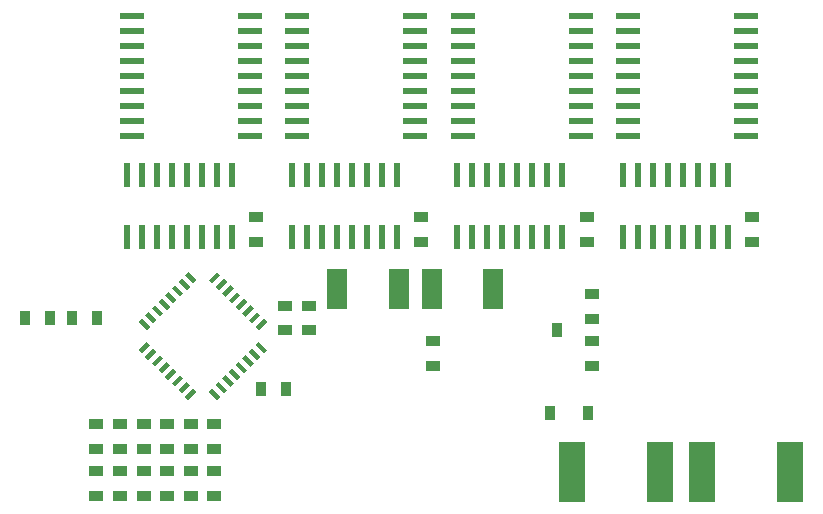
<source format=gbr>
G04 #@! TF.FileFunction,Paste,Top*
%FSLAX46Y46*%
G04 Gerber Fmt 4.6, Leading zero omitted, Abs format (unit mm)*
G04 Created by KiCad (PCBNEW (2015-08-26 BZR 6129, Git 2e41367)-product) date 17-08-10 10:08:59 AM*
%MOMM*%
G01*
G04 APERTURE LIST*
%ADD10C,0.100000*%
%ADD11R,1.300000X0.900000*%
%ADD12R,0.600000X2.000000*%
%ADD13R,2.000000X0.600000*%
%ADD14R,0.900000X1.300000*%
%ADD15R,2.300000X5.100000*%
%ADD16R,1.780000X3.500000*%
%ADD17R,0.910000X1.220000*%
G04 APERTURE END LIST*
D10*
D11*
X26500000Y10550000D03*
X26500000Y8450000D03*
X-1500000Y10550000D03*
X-1500000Y8450000D03*
D12*
X24445000Y14100000D03*
X23175000Y14100000D03*
X21905000Y14100000D03*
X20635000Y14100000D03*
X19365000Y14100000D03*
X18095000Y14100000D03*
X16825000Y14100000D03*
X15555000Y14100000D03*
X15555000Y8900000D03*
X16825000Y8900000D03*
X18095000Y8900000D03*
X19365000Y8900000D03*
X20635000Y8900000D03*
X21905000Y8900000D03*
X23175000Y8900000D03*
X24445000Y8900000D03*
D13*
X16000000Y27580000D03*
X16000000Y26310000D03*
X16000000Y25040000D03*
X16000000Y23770000D03*
X16000000Y22500000D03*
X16000000Y21230000D03*
X16000000Y19960000D03*
X16000000Y18690000D03*
X16000000Y17420000D03*
X26000000Y17420000D03*
X26000000Y18690000D03*
X26000000Y19960000D03*
X26000000Y21230000D03*
X26000000Y22500000D03*
X26000000Y23770000D03*
X26000000Y25040000D03*
X26000000Y26310000D03*
X26000000Y27580000D03*
D12*
X10445000Y14100000D03*
X9175000Y14100000D03*
X7905000Y14100000D03*
X6635000Y14100000D03*
X5365000Y14100000D03*
X4095000Y14100000D03*
X2825000Y14100000D03*
X1555000Y14100000D03*
X1555000Y8900000D03*
X2825000Y8900000D03*
X4095000Y8900000D03*
X5365000Y8900000D03*
X6635000Y8900000D03*
X7905000Y8900000D03*
X9175000Y8900000D03*
X10445000Y8900000D03*
D13*
X2000000Y27580000D03*
X2000000Y26310000D03*
X2000000Y25040000D03*
X2000000Y23770000D03*
X2000000Y22500000D03*
X2000000Y21230000D03*
X2000000Y19960000D03*
X2000000Y18690000D03*
X2000000Y17420000D03*
X12000000Y17420000D03*
X12000000Y18690000D03*
X12000000Y19960000D03*
X12000000Y21230000D03*
X12000000Y22500000D03*
X12000000Y23770000D03*
X12000000Y25040000D03*
X12000000Y26310000D03*
X12000000Y27580000D03*
D12*
X-3555000Y14100000D03*
X-4825000Y14100000D03*
X-6095000Y14100000D03*
X-7365000Y14100000D03*
X-8635000Y14100000D03*
X-9905000Y14100000D03*
X-11175000Y14100000D03*
X-12445000Y14100000D03*
X-12445000Y8900000D03*
X-11175000Y8900000D03*
X-9905000Y8900000D03*
X-8635000Y8900000D03*
X-7365000Y8900000D03*
X-6095000Y8900000D03*
X-4825000Y8900000D03*
X-3555000Y8900000D03*
D13*
X-12000000Y27580000D03*
X-12000000Y26310000D03*
X-12000000Y25040000D03*
X-12000000Y23770000D03*
X-12000000Y22500000D03*
X-12000000Y21230000D03*
X-12000000Y19960000D03*
X-12000000Y18690000D03*
X-12000000Y17420000D03*
X-2000000Y17420000D03*
X-2000000Y18690000D03*
X-2000000Y19960000D03*
X-2000000Y21230000D03*
X-2000000Y22500000D03*
X-2000000Y23770000D03*
X-2000000Y25040000D03*
X-2000000Y26310000D03*
X-2000000Y27580000D03*
D12*
X-17555000Y14100000D03*
X-18825000Y14100000D03*
X-20095000Y14100000D03*
X-21365000Y14100000D03*
X-22635000Y14100000D03*
X-23905000Y14100000D03*
X-25175000Y14100000D03*
X-26445000Y14100000D03*
X-26445000Y8900000D03*
X-25175000Y8900000D03*
X-23905000Y8900000D03*
X-22635000Y8900000D03*
X-21365000Y8900000D03*
X-20095000Y8900000D03*
X-18825000Y8900000D03*
X-17555000Y8900000D03*
D13*
X-26000000Y27580000D03*
X-26000000Y26310000D03*
X-26000000Y25040000D03*
X-26000000Y23770000D03*
X-26000000Y22500000D03*
X-26000000Y21230000D03*
X-26000000Y19960000D03*
X-26000000Y18690000D03*
X-26000000Y17420000D03*
X-16000000Y17420000D03*
X-16000000Y18690000D03*
X-16000000Y19960000D03*
X-16000000Y21230000D03*
X-16000000Y22500000D03*
X-16000000Y23770000D03*
X-16000000Y25040000D03*
X-16000000Y26310000D03*
X-16000000Y27580000D03*
D11*
X12500000Y10550000D03*
X12500000Y8450000D03*
X-15500000Y10550000D03*
X-15500000Y8450000D03*
D14*
X10000000Y1000000D03*
D11*
X13000000Y-2050000D03*
X13000000Y50000D03*
X13000000Y4050000D03*
X13000000Y1950000D03*
D14*
X-35050000Y2000000D03*
X-32950000Y2000000D03*
X-28950000Y2000000D03*
X-31050000Y2000000D03*
D11*
X-29000000Y-13050000D03*
X-29000000Y-10950000D03*
X-27000000Y-10950000D03*
X-27000000Y-13050000D03*
X-25000000Y-13050000D03*
X-25000000Y-10950000D03*
X-23000000Y-13050000D03*
X-23000000Y-10950000D03*
X-21000000Y-10950000D03*
X-21000000Y-13050000D03*
X-19000000Y-13050000D03*
X-19000000Y-10950000D03*
X-29000000Y-6950000D03*
X-29000000Y-9050000D03*
X-27000000Y-6950000D03*
X-27000000Y-9050000D03*
X-25000000Y-6950000D03*
X-25000000Y-9050000D03*
X-23000000Y-6950000D03*
X-23000000Y-9050000D03*
X-21000000Y-6950000D03*
X-21000000Y-9050000D03*
X-19000000Y-6950000D03*
X-19000000Y-9050000D03*
D15*
X29700000Y-11000000D03*
X22300000Y-11000000D03*
D16*
X4615000Y4500000D03*
X-615000Y4500000D03*
X-3385000Y4500000D03*
X-8615000Y4500000D03*
D17*
X12635000Y-6000000D03*
X9365000Y-6000000D03*
D14*
X-15050000Y-4000000D03*
X-12950000Y-4000000D03*
D10*
G36*
X-21202081Y5944722D02*
X-20494974Y5237615D01*
X-20777817Y4954772D01*
X-21484924Y5661879D01*
X-21202081Y5944722D01*
X-21202081Y5944722D01*
G37*
G36*
X-21767767Y5379037D02*
X-21060660Y4671930D01*
X-21343503Y4389087D01*
X-22050610Y5096194D01*
X-21767767Y5379037D01*
X-21767767Y5379037D01*
G37*
G36*
X-22333452Y4813352D02*
X-21626345Y4106245D01*
X-21909188Y3823402D01*
X-22616295Y4530509D01*
X-22333452Y4813352D01*
X-22333452Y4813352D01*
G37*
G36*
X-22899138Y4247666D02*
X-22192031Y3540559D01*
X-22474874Y3257716D01*
X-23181981Y3964823D01*
X-22899138Y4247666D01*
X-22899138Y4247666D01*
G37*
G36*
X-23464823Y3681981D02*
X-22757716Y2974874D01*
X-23040559Y2692031D01*
X-23747666Y3399138D01*
X-23464823Y3681981D01*
X-23464823Y3681981D01*
G37*
G36*
X-24030509Y3116295D02*
X-23323402Y2409188D01*
X-23606245Y2126345D01*
X-24313352Y2833452D01*
X-24030509Y3116295D01*
X-24030509Y3116295D01*
G37*
G36*
X-24596194Y2550610D02*
X-23889087Y1843503D01*
X-24171930Y1560660D01*
X-24879037Y2267767D01*
X-24596194Y2550610D01*
X-24596194Y2550610D01*
G37*
G36*
X-25161879Y1984924D02*
X-24454772Y1277817D01*
X-24737615Y994974D01*
X-25444722Y1702081D01*
X-25161879Y1984924D01*
X-25161879Y1984924D01*
G37*
G36*
X-24737615Y5026D02*
X-24454772Y-277817D01*
X-25161879Y-984924D01*
X-25444722Y-702081D01*
X-24737615Y5026D01*
X-24737615Y5026D01*
G37*
G36*
X-24171930Y-560660D02*
X-23889087Y-843503D01*
X-24596194Y-1550610D01*
X-24879037Y-1267767D01*
X-24171930Y-560660D01*
X-24171930Y-560660D01*
G37*
G36*
X-23606245Y-1126345D02*
X-23323402Y-1409188D01*
X-24030509Y-2116295D01*
X-24313352Y-1833452D01*
X-23606245Y-1126345D01*
X-23606245Y-1126345D01*
G37*
G36*
X-23040559Y-1692031D02*
X-22757716Y-1974874D01*
X-23464823Y-2681981D01*
X-23747666Y-2399138D01*
X-23040559Y-1692031D01*
X-23040559Y-1692031D01*
G37*
G36*
X-22474874Y-2257716D02*
X-22192031Y-2540559D01*
X-22899138Y-3247666D01*
X-23181981Y-2964823D01*
X-22474874Y-2257716D01*
X-22474874Y-2257716D01*
G37*
G36*
X-21909188Y-2823402D02*
X-21626345Y-3106245D01*
X-22333452Y-3813352D01*
X-22616295Y-3530509D01*
X-21909188Y-2823402D01*
X-21909188Y-2823402D01*
G37*
G36*
X-21343503Y-3389087D02*
X-21060660Y-3671930D01*
X-21767767Y-4379037D01*
X-22050610Y-4096194D01*
X-21343503Y-3389087D01*
X-21343503Y-3389087D01*
G37*
G36*
X-20777817Y-3954772D02*
X-20494974Y-4237615D01*
X-21202081Y-4944722D01*
X-21484924Y-4661879D01*
X-20777817Y-3954772D01*
X-20777817Y-3954772D01*
G37*
G36*
X-19222183Y-3954772D02*
X-18515076Y-4661879D01*
X-18797919Y-4944722D01*
X-19505026Y-4237615D01*
X-19222183Y-3954772D01*
X-19222183Y-3954772D01*
G37*
G36*
X-18656497Y-3389087D02*
X-17949390Y-4096194D01*
X-18232233Y-4379037D01*
X-18939340Y-3671930D01*
X-18656497Y-3389087D01*
X-18656497Y-3389087D01*
G37*
G36*
X-18090812Y-2823402D02*
X-17383705Y-3530509D01*
X-17666548Y-3813352D01*
X-18373655Y-3106245D01*
X-18090812Y-2823402D01*
X-18090812Y-2823402D01*
G37*
G36*
X-17525126Y-2257716D02*
X-16818019Y-2964823D01*
X-17100862Y-3247666D01*
X-17807969Y-2540559D01*
X-17525126Y-2257716D01*
X-17525126Y-2257716D01*
G37*
G36*
X-16959441Y-1692031D02*
X-16252334Y-2399138D01*
X-16535177Y-2681981D01*
X-17242284Y-1974874D01*
X-16959441Y-1692031D01*
X-16959441Y-1692031D01*
G37*
G36*
X-16393755Y-1126345D02*
X-15686648Y-1833452D01*
X-15969491Y-2116295D01*
X-16676598Y-1409188D01*
X-16393755Y-1126345D01*
X-16393755Y-1126345D01*
G37*
G36*
X-15828070Y-560660D02*
X-15120963Y-1267767D01*
X-15403806Y-1550610D01*
X-16110913Y-843503D01*
X-15828070Y-560660D01*
X-15828070Y-560660D01*
G37*
G36*
X-15262385Y5026D02*
X-14555278Y-702081D01*
X-14838121Y-984924D01*
X-15545228Y-277817D01*
X-15262385Y5026D01*
X-15262385Y5026D01*
G37*
G36*
X-14838121Y1984924D02*
X-14555278Y1702081D01*
X-15262385Y994974D01*
X-15545228Y1277817D01*
X-14838121Y1984924D01*
X-14838121Y1984924D01*
G37*
G36*
X-15403806Y2550610D02*
X-15120963Y2267767D01*
X-15828070Y1560660D01*
X-16110913Y1843503D01*
X-15403806Y2550610D01*
X-15403806Y2550610D01*
G37*
G36*
X-15969491Y3116295D02*
X-15686648Y2833452D01*
X-16393755Y2126345D01*
X-16676598Y2409188D01*
X-15969491Y3116295D01*
X-15969491Y3116295D01*
G37*
G36*
X-16535177Y3681981D02*
X-16252334Y3399138D01*
X-16959441Y2692031D01*
X-17242284Y2974874D01*
X-16535177Y3681981D01*
X-16535177Y3681981D01*
G37*
G36*
X-17100862Y4247666D02*
X-16818019Y3964823D01*
X-17525126Y3257716D01*
X-17807969Y3540559D01*
X-17100862Y4247666D01*
X-17100862Y4247666D01*
G37*
G36*
X-17666548Y4813352D02*
X-17383705Y4530509D01*
X-18090812Y3823402D01*
X-18373655Y4106245D01*
X-17666548Y4813352D01*
X-17666548Y4813352D01*
G37*
G36*
X-18232233Y5379037D02*
X-17949390Y5096194D01*
X-18656497Y4389087D01*
X-18939340Y4671930D01*
X-18232233Y5379037D01*
X-18232233Y5379037D01*
G37*
G36*
X-18797919Y5944722D02*
X-18515076Y5661879D01*
X-19222183Y4954772D01*
X-19505026Y5237615D01*
X-18797919Y5944722D01*
X-18797919Y5944722D01*
G37*
D11*
X-13000000Y950000D03*
X-13000000Y3050000D03*
X-11000000Y950000D03*
X-11000000Y3050000D03*
D15*
X18700000Y-11000000D03*
X11300000Y-11000000D03*
D11*
X-500000Y-2050000D03*
X-500000Y50000D03*
M02*

</source>
